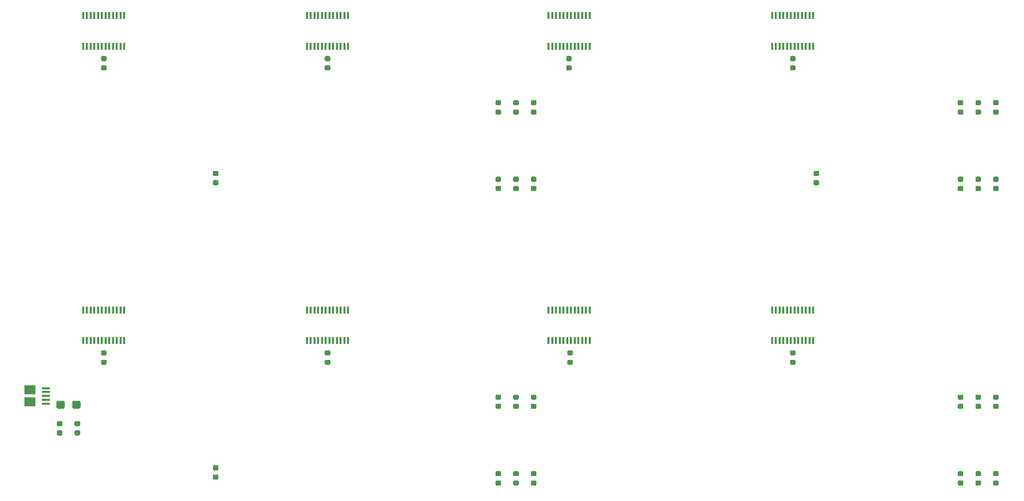
<source format=gbr>
%TF.GenerationSoftware,KiCad,Pcbnew,(5.1.6)-1*%
%TF.CreationDate,2020-09-26T15:19:52-07:00*%
%TF.ProjectId,Cessna 172 nav and com radio,43657373-6e61-4203-9137-32206e617620,rev?*%
%TF.SameCoordinates,Original*%
%TF.FileFunction,Paste,Bot*%
%TF.FilePolarity,Positive*%
%FSLAX46Y46*%
G04 Gerber Fmt 4.6, Leading zero omitted, Abs format (unit mm)*
G04 Created by KiCad (PCBNEW (5.1.6)-1) date 2020-09-26 15:19:52*
%MOMM*%
%LPD*%
G01*
G04 APERTURE LIST*
%ADD10R,0.400000X1.200000*%
%ADD11R,1.900000X1.500000*%
%ADD12R,1.350000X0.400000*%
G04 APERTURE END LIST*
D10*
%TO.C,U1*%
X40507500Y-38400000D03*
X41142500Y-38400000D03*
X41777500Y-38400000D03*
X42412500Y-38400000D03*
X43047500Y-38400000D03*
X43682500Y-38400000D03*
X44317500Y-38400000D03*
X44952500Y-38400000D03*
X45587500Y-38400000D03*
X46222500Y-38400000D03*
X46857500Y-38400000D03*
X47492500Y-38400000D03*
X47492500Y-43600000D03*
X46857500Y-43600000D03*
X46222500Y-43600000D03*
X45587500Y-43600000D03*
X44952500Y-43600000D03*
X44317500Y-43600000D03*
X43682500Y-43600000D03*
X43047500Y-43600000D03*
X42412500Y-43600000D03*
X41777500Y-43600000D03*
X41142500Y-43600000D03*
X40507500Y-43600000D03*
%TD*%
%TO.C,U3*%
X78507500Y-43600000D03*
X79142500Y-43600000D03*
X79777500Y-43600000D03*
X80412500Y-43600000D03*
X81047500Y-43600000D03*
X81682500Y-43600000D03*
X82317500Y-43600000D03*
X82952500Y-43600000D03*
X83587500Y-43600000D03*
X84222500Y-43600000D03*
X84857500Y-43600000D03*
X85492500Y-43600000D03*
X85492500Y-38400000D03*
X84857500Y-38400000D03*
X84222500Y-38400000D03*
X83587500Y-38400000D03*
X82952500Y-38400000D03*
X82317500Y-38400000D03*
X81682500Y-38400000D03*
X81047500Y-38400000D03*
X80412500Y-38400000D03*
X79777500Y-38400000D03*
X79142500Y-38400000D03*
X78507500Y-38400000D03*
%TD*%
%TO.C,U5*%
X119507500Y-43600000D03*
X120142500Y-43600000D03*
X120777500Y-43600000D03*
X121412500Y-43600000D03*
X122047500Y-43600000D03*
X122682500Y-43600000D03*
X123317500Y-43600000D03*
X123952500Y-43600000D03*
X124587500Y-43600000D03*
X125222500Y-43600000D03*
X125857500Y-43600000D03*
X126492500Y-43600000D03*
X126492500Y-38400000D03*
X125857500Y-38400000D03*
X125222500Y-38400000D03*
X124587500Y-38400000D03*
X123952500Y-38400000D03*
X123317500Y-38400000D03*
X122682500Y-38400000D03*
X122047500Y-38400000D03*
X121412500Y-38400000D03*
X120777500Y-38400000D03*
X120142500Y-38400000D03*
X119507500Y-38400000D03*
%TD*%
%TO.C,U7*%
X157507500Y-38400000D03*
X158142500Y-38400000D03*
X158777500Y-38400000D03*
X159412500Y-38400000D03*
X160047500Y-38400000D03*
X160682500Y-38400000D03*
X161317500Y-38400000D03*
X161952500Y-38400000D03*
X162587500Y-38400000D03*
X163222500Y-38400000D03*
X163857500Y-38400000D03*
X164492500Y-38400000D03*
X164492500Y-43600000D03*
X163857500Y-43600000D03*
X163222500Y-43600000D03*
X162587500Y-43600000D03*
X161952500Y-43600000D03*
X161317500Y-43600000D03*
X160682500Y-43600000D03*
X160047500Y-43600000D03*
X159412500Y-43600000D03*
X158777500Y-43600000D03*
X158142500Y-43600000D03*
X157507500Y-43600000D03*
%TD*%
D11*
%TO.C,J2*%
X31462500Y-102000000D03*
D12*
X34162500Y-103650000D03*
X34162500Y-104300000D03*
X34162500Y-101700000D03*
X34162500Y-102350000D03*
X34162500Y-103000000D03*
D11*
X31462500Y-104000000D03*
%TD*%
D10*
%TO.C,U9*%
X40507500Y-93600000D03*
X41142500Y-93600000D03*
X41777500Y-93600000D03*
X42412500Y-93600000D03*
X43047500Y-93600000D03*
X43682500Y-93600000D03*
X44317500Y-93600000D03*
X44952500Y-93600000D03*
X45587500Y-93600000D03*
X46222500Y-93600000D03*
X46857500Y-93600000D03*
X47492500Y-93600000D03*
X47492500Y-88400000D03*
X46857500Y-88400000D03*
X46222500Y-88400000D03*
X45587500Y-88400000D03*
X44952500Y-88400000D03*
X44317500Y-88400000D03*
X43682500Y-88400000D03*
X43047500Y-88400000D03*
X42412500Y-88400000D03*
X41777500Y-88400000D03*
X41142500Y-88400000D03*
X40507500Y-88400000D03*
%TD*%
%TO.C,U11*%
X119507500Y-88400000D03*
X120142500Y-88400000D03*
X120777500Y-88400000D03*
X121412500Y-88400000D03*
X122047500Y-88400000D03*
X122682500Y-88400000D03*
X123317500Y-88400000D03*
X123952500Y-88400000D03*
X124587500Y-88400000D03*
X125222500Y-88400000D03*
X125857500Y-88400000D03*
X126492500Y-88400000D03*
X126492500Y-93600000D03*
X125857500Y-93600000D03*
X125222500Y-93600000D03*
X124587500Y-93600000D03*
X123952500Y-93600000D03*
X123317500Y-93600000D03*
X122682500Y-93600000D03*
X122047500Y-93600000D03*
X121412500Y-93600000D03*
X120777500Y-93600000D03*
X120142500Y-93600000D03*
X119507500Y-93600000D03*
%TD*%
%TO.C,U13*%
X157507500Y-93600000D03*
X158142500Y-93600000D03*
X158777500Y-93600000D03*
X159412500Y-93600000D03*
X160047500Y-93600000D03*
X160682500Y-93600000D03*
X161317500Y-93600000D03*
X161952500Y-93600000D03*
X162587500Y-93600000D03*
X163222500Y-93600000D03*
X163857500Y-93600000D03*
X164492500Y-93600000D03*
X164492500Y-88400000D03*
X163857500Y-88400000D03*
X163222500Y-88400000D03*
X162587500Y-88400000D03*
X161952500Y-88400000D03*
X161317500Y-88400000D03*
X160682500Y-88400000D03*
X160047500Y-88400000D03*
X159412500Y-88400000D03*
X158777500Y-88400000D03*
X158142500Y-88400000D03*
X157507500Y-88400000D03*
%TD*%
%TO.C,U15*%
X78507500Y-88400000D03*
X79142500Y-88400000D03*
X79777500Y-88400000D03*
X80412500Y-88400000D03*
X81047500Y-88400000D03*
X81682500Y-88400000D03*
X82317500Y-88400000D03*
X82952500Y-88400000D03*
X83587500Y-88400000D03*
X84222500Y-88400000D03*
X84857500Y-88400000D03*
X85492500Y-88400000D03*
X85492500Y-93600000D03*
X84857500Y-93600000D03*
X84222500Y-93600000D03*
X83587500Y-93600000D03*
X82952500Y-93600000D03*
X82317500Y-93600000D03*
X81682500Y-93600000D03*
X81047500Y-93600000D03*
X80412500Y-93600000D03*
X79777500Y-93600000D03*
X79142500Y-93600000D03*
X78507500Y-93600000D03*
%TD*%
%TO.C,C1*%
G36*
G01*
X35950000Y-104925001D02*
X35950000Y-104074999D01*
G75*
G02*
X36199999Y-103825000I249999J0D01*
G01*
X37100001Y-103825000D01*
G75*
G02*
X37350000Y-104074999I0J-249999D01*
G01*
X37350000Y-104925001D01*
G75*
G02*
X37100001Y-105175000I-249999J0D01*
G01*
X36199999Y-105175000D01*
G75*
G02*
X35950000Y-104925001I0J249999D01*
G01*
G37*
G36*
G01*
X38650000Y-104925001D02*
X38650000Y-104074999D01*
G75*
G02*
X38899999Y-103825000I249999J0D01*
G01*
X39800001Y-103825000D01*
G75*
G02*
X40050000Y-104074999I0J-249999D01*
G01*
X40050000Y-104925001D01*
G75*
G02*
X39800001Y-105175000I-249999J0D01*
G01*
X38899999Y-105175000D01*
G75*
G02*
X38650000Y-104925001I0J249999D01*
G01*
G37*
%TD*%
%TO.C,C2*%
G36*
G01*
X43743750Y-45275000D02*
X44256250Y-45275000D01*
G75*
G02*
X44475000Y-45493750I0J-218750D01*
G01*
X44475000Y-45931250D01*
G75*
G02*
X44256250Y-46150000I-218750J0D01*
G01*
X43743750Y-46150000D01*
G75*
G02*
X43525000Y-45931250I0J218750D01*
G01*
X43525000Y-45493750D01*
G75*
G02*
X43743750Y-45275000I218750J0D01*
G01*
G37*
G36*
G01*
X43743750Y-46850000D02*
X44256250Y-46850000D01*
G75*
G02*
X44475000Y-47068750I0J-218750D01*
G01*
X44475000Y-47506250D01*
G75*
G02*
X44256250Y-47725000I-218750J0D01*
G01*
X43743750Y-47725000D01*
G75*
G02*
X43525000Y-47506250I0J218750D01*
G01*
X43525000Y-47068750D01*
G75*
G02*
X43743750Y-46850000I218750J0D01*
G01*
G37*
%TD*%
%TO.C,C3*%
G36*
G01*
X81743750Y-46850000D02*
X82256250Y-46850000D01*
G75*
G02*
X82475000Y-47068750I0J-218750D01*
G01*
X82475000Y-47506250D01*
G75*
G02*
X82256250Y-47725000I-218750J0D01*
G01*
X81743750Y-47725000D01*
G75*
G02*
X81525000Y-47506250I0J218750D01*
G01*
X81525000Y-47068750D01*
G75*
G02*
X81743750Y-46850000I218750J0D01*
G01*
G37*
G36*
G01*
X81743750Y-45275000D02*
X82256250Y-45275000D01*
G75*
G02*
X82475000Y-45493750I0J-218750D01*
G01*
X82475000Y-45931250D01*
G75*
G02*
X82256250Y-46150000I-218750J0D01*
G01*
X81743750Y-46150000D01*
G75*
G02*
X81525000Y-45931250I0J218750D01*
G01*
X81525000Y-45493750D01*
G75*
G02*
X81743750Y-45275000I218750J0D01*
G01*
G37*
%TD*%
%TO.C,C4*%
G36*
G01*
X122743750Y-46850000D02*
X123256250Y-46850000D01*
G75*
G02*
X123475000Y-47068750I0J-218750D01*
G01*
X123475000Y-47506250D01*
G75*
G02*
X123256250Y-47725000I-218750J0D01*
G01*
X122743750Y-47725000D01*
G75*
G02*
X122525000Y-47506250I0J218750D01*
G01*
X122525000Y-47068750D01*
G75*
G02*
X122743750Y-46850000I218750J0D01*
G01*
G37*
G36*
G01*
X122743750Y-45275000D02*
X123256250Y-45275000D01*
G75*
G02*
X123475000Y-45493750I0J-218750D01*
G01*
X123475000Y-45931250D01*
G75*
G02*
X123256250Y-46150000I-218750J0D01*
G01*
X122743750Y-46150000D01*
G75*
G02*
X122525000Y-45931250I0J218750D01*
G01*
X122525000Y-45493750D01*
G75*
G02*
X122743750Y-45275000I218750J0D01*
G01*
G37*
%TD*%
%TO.C,C5*%
G36*
G01*
X160743750Y-45275000D02*
X161256250Y-45275000D01*
G75*
G02*
X161475000Y-45493750I0J-218750D01*
G01*
X161475000Y-45931250D01*
G75*
G02*
X161256250Y-46150000I-218750J0D01*
G01*
X160743750Y-46150000D01*
G75*
G02*
X160525000Y-45931250I0J218750D01*
G01*
X160525000Y-45493750D01*
G75*
G02*
X160743750Y-45275000I218750J0D01*
G01*
G37*
G36*
G01*
X160743750Y-46850000D02*
X161256250Y-46850000D01*
G75*
G02*
X161475000Y-47068750I0J-218750D01*
G01*
X161475000Y-47506250D01*
G75*
G02*
X161256250Y-47725000I-218750J0D01*
G01*
X160743750Y-47725000D01*
G75*
G02*
X160525000Y-47506250I0J218750D01*
G01*
X160525000Y-47068750D01*
G75*
G02*
X160743750Y-46850000I218750J0D01*
G01*
G37*
%TD*%
%TO.C,C6*%
G36*
G01*
X114256250Y-68225000D02*
X113743750Y-68225000D01*
G75*
G02*
X113525000Y-68006250I0J218750D01*
G01*
X113525000Y-67568750D01*
G75*
G02*
X113743750Y-67350000I218750J0D01*
G01*
X114256250Y-67350000D01*
G75*
G02*
X114475000Y-67568750I0J-218750D01*
G01*
X114475000Y-68006250D01*
G75*
G02*
X114256250Y-68225000I-218750J0D01*
G01*
G37*
G36*
G01*
X114256250Y-66650000D02*
X113743750Y-66650000D01*
G75*
G02*
X113525000Y-66431250I0J218750D01*
G01*
X113525000Y-65993750D01*
G75*
G02*
X113743750Y-65775000I218750J0D01*
G01*
X114256250Y-65775000D01*
G75*
G02*
X114475000Y-65993750I0J-218750D01*
G01*
X114475000Y-66431250D01*
G75*
G02*
X114256250Y-66650000I-218750J0D01*
G01*
G37*
%TD*%
%TO.C,C7*%
G36*
G01*
X114256250Y-53650000D02*
X113743750Y-53650000D01*
G75*
G02*
X113525000Y-53431250I0J218750D01*
G01*
X113525000Y-52993750D01*
G75*
G02*
X113743750Y-52775000I218750J0D01*
G01*
X114256250Y-52775000D01*
G75*
G02*
X114475000Y-52993750I0J-218750D01*
G01*
X114475000Y-53431250D01*
G75*
G02*
X114256250Y-53650000I-218750J0D01*
G01*
G37*
G36*
G01*
X114256250Y-55225000D02*
X113743750Y-55225000D01*
G75*
G02*
X113525000Y-55006250I0J218750D01*
G01*
X113525000Y-54568750D01*
G75*
G02*
X113743750Y-54350000I218750J0D01*
G01*
X114256250Y-54350000D01*
G75*
G02*
X114475000Y-54568750I0J-218750D01*
G01*
X114475000Y-55006250D01*
G75*
G02*
X114256250Y-55225000I-218750J0D01*
G01*
G37*
%TD*%
%TO.C,C8*%
G36*
G01*
X192756250Y-68225000D02*
X192243750Y-68225000D01*
G75*
G02*
X192025000Y-68006250I0J218750D01*
G01*
X192025000Y-67568750D01*
G75*
G02*
X192243750Y-67350000I218750J0D01*
G01*
X192756250Y-67350000D01*
G75*
G02*
X192975000Y-67568750I0J-218750D01*
G01*
X192975000Y-68006250D01*
G75*
G02*
X192756250Y-68225000I-218750J0D01*
G01*
G37*
G36*
G01*
X192756250Y-66650000D02*
X192243750Y-66650000D01*
G75*
G02*
X192025000Y-66431250I0J218750D01*
G01*
X192025000Y-65993750D01*
G75*
G02*
X192243750Y-65775000I218750J0D01*
G01*
X192756250Y-65775000D01*
G75*
G02*
X192975000Y-65993750I0J-218750D01*
G01*
X192975000Y-66431250D01*
G75*
G02*
X192756250Y-66650000I-218750J0D01*
G01*
G37*
%TD*%
%TO.C,C9*%
G36*
G01*
X192756250Y-53650000D02*
X192243750Y-53650000D01*
G75*
G02*
X192025000Y-53431250I0J218750D01*
G01*
X192025000Y-52993750D01*
G75*
G02*
X192243750Y-52775000I218750J0D01*
G01*
X192756250Y-52775000D01*
G75*
G02*
X192975000Y-52993750I0J-218750D01*
G01*
X192975000Y-53431250D01*
G75*
G02*
X192756250Y-53650000I-218750J0D01*
G01*
G37*
G36*
G01*
X192756250Y-55225000D02*
X192243750Y-55225000D01*
G75*
G02*
X192025000Y-55006250I0J218750D01*
G01*
X192025000Y-54568750D01*
G75*
G02*
X192243750Y-54350000I218750J0D01*
G01*
X192756250Y-54350000D01*
G75*
G02*
X192975000Y-54568750I0J-218750D01*
G01*
X192975000Y-55006250D01*
G75*
G02*
X192756250Y-55225000I-218750J0D01*
G01*
G37*
%TD*%
%TO.C,C12*%
G36*
G01*
X43743750Y-95275000D02*
X44256250Y-95275000D01*
G75*
G02*
X44475000Y-95493750I0J-218750D01*
G01*
X44475000Y-95931250D01*
G75*
G02*
X44256250Y-96150000I-218750J0D01*
G01*
X43743750Y-96150000D01*
G75*
G02*
X43525000Y-95931250I0J218750D01*
G01*
X43525000Y-95493750D01*
G75*
G02*
X43743750Y-95275000I218750J0D01*
G01*
G37*
G36*
G01*
X43743750Y-96850000D02*
X44256250Y-96850000D01*
G75*
G02*
X44475000Y-97068750I0J-218750D01*
G01*
X44475000Y-97506250D01*
G75*
G02*
X44256250Y-97725000I-218750J0D01*
G01*
X43743750Y-97725000D01*
G75*
G02*
X43525000Y-97506250I0J218750D01*
G01*
X43525000Y-97068750D01*
G75*
G02*
X43743750Y-96850000I218750J0D01*
G01*
G37*
%TD*%
%TO.C,C13*%
G36*
G01*
X81743750Y-96850000D02*
X82256250Y-96850000D01*
G75*
G02*
X82475000Y-97068750I0J-218750D01*
G01*
X82475000Y-97506250D01*
G75*
G02*
X82256250Y-97725000I-218750J0D01*
G01*
X81743750Y-97725000D01*
G75*
G02*
X81525000Y-97506250I0J218750D01*
G01*
X81525000Y-97068750D01*
G75*
G02*
X81743750Y-96850000I218750J0D01*
G01*
G37*
G36*
G01*
X81743750Y-95275000D02*
X82256250Y-95275000D01*
G75*
G02*
X82475000Y-95493750I0J-218750D01*
G01*
X82475000Y-95931250D01*
G75*
G02*
X82256250Y-96150000I-218750J0D01*
G01*
X81743750Y-96150000D01*
G75*
G02*
X81525000Y-95931250I0J218750D01*
G01*
X81525000Y-95493750D01*
G75*
G02*
X81743750Y-95275000I218750J0D01*
G01*
G37*
%TD*%
%TO.C,C14*%
G36*
G01*
X122933750Y-96850000D02*
X123446250Y-96850000D01*
G75*
G02*
X123665000Y-97068750I0J-218750D01*
G01*
X123665000Y-97506250D01*
G75*
G02*
X123446250Y-97725000I-218750J0D01*
G01*
X122933750Y-97725000D01*
G75*
G02*
X122715000Y-97506250I0J218750D01*
G01*
X122715000Y-97068750D01*
G75*
G02*
X122933750Y-96850000I218750J0D01*
G01*
G37*
G36*
G01*
X122933750Y-95275000D02*
X123446250Y-95275000D01*
G75*
G02*
X123665000Y-95493750I0J-218750D01*
G01*
X123665000Y-95931250D01*
G75*
G02*
X123446250Y-96150000I-218750J0D01*
G01*
X122933750Y-96150000D01*
G75*
G02*
X122715000Y-95931250I0J218750D01*
G01*
X122715000Y-95493750D01*
G75*
G02*
X122933750Y-95275000I218750J0D01*
G01*
G37*
%TD*%
%TO.C,C15*%
G36*
G01*
X160743750Y-96850000D02*
X161256250Y-96850000D01*
G75*
G02*
X161475000Y-97068750I0J-218750D01*
G01*
X161475000Y-97506250D01*
G75*
G02*
X161256250Y-97725000I-218750J0D01*
G01*
X160743750Y-97725000D01*
G75*
G02*
X160525000Y-97506250I0J218750D01*
G01*
X160525000Y-97068750D01*
G75*
G02*
X160743750Y-96850000I218750J0D01*
G01*
G37*
G36*
G01*
X160743750Y-95275000D02*
X161256250Y-95275000D01*
G75*
G02*
X161475000Y-95493750I0J-218750D01*
G01*
X161475000Y-95931250D01*
G75*
G02*
X161256250Y-96150000I-218750J0D01*
G01*
X160743750Y-96150000D01*
G75*
G02*
X160525000Y-95931250I0J218750D01*
G01*
X160525000Y-95493750D01*
G75*
G02*
X160743750Y-95275000I218750J0D01*
G01*
G37*
%TD*%
%TO.C,C16*%
G36*
G01*
X114256250Y-116650000D02*
X113743750Y-116650000D01*
G75*
G02*
X113525000Y-116431250I0J218750D01*
G01*
X113525000Y-115993750D01*
G75*
G02*
X113743750Y-115775000I218750J0D01*
G01*
X114256250Y-115775000D01*
G75*
G02*
X114475000Y-115993750I0J-218750D01*
G01*
X114475000Y-116431250D01*
G75*
G02*
X114256250Y-116650000I-218750J0D01*
G01*
G37*
G36*
G01*
X114256250Y-118225000D02*
X113743750Y-118225000D01*
G75*
G02*
X113525000Y-118006250I0J218750D01*
G01*
X113525000Y-117568750D01*
G75*
G02*
X113743750Y-117350000I218750J0D01*
G01*
X114256250Y-117350000D01*
G75*
G02*
X114475000Y-117568750I0J-218750D01*
G01*
X114475000Y-118006250D01*
G75*
G02*
X114256250Y-118225000I-218750J0D01*
G01*
G37*
%TD*%
%TO.C,C17*%
G36*
G01*
X114256250Y-105225000D02*
X113743750Y-105225000D01*
G75*
G02*
X113525000Y-105006250I0J218750D01*
G01*
X113525000Y-104568750D01*
G75*
G02*
X113743750Y-104350000I218750J0D01*
G01*
X114256250Y-104350000D01*
G75*
G02*
X114475000Y-104568750I0J-218750D01*
G01*
X114475000Y-105006250D01*
G75*
G02*
X114256250Y-105225000I-218750J0D01*
G01*
G37*
G36*
G01*
X114256250Y-103650000D02*
X113743750Y-103650000D01*
G75*
G02*
X113525000Y-103431250I0J218750D01*
G01*
X113525000Y-102993750D01*
G75*
G02*
X113743750Y-102775000I218750J0D01*
G01*
X114256250Y-102775000D01*
G75*
G02*
X114475000Y-102993750I0J-218750D01*
G01*
X114475000Y-103431250D01*
G75*
G02*
X114256250Y-103650000I-218750J0D01*
G01*
G37*
%TD*%
%TO.C,C18*%
G36*
G01*
X192756250Y-118225000D02*
X192243750Y-118225000D01*
G75*
G02*
X192025000Y-118006250I0J218750D01*
G01*
X192025000Y-117568750D01*
G75*
G02*
X192243750Y-117350000I218750J0D01*
G01*
X192756250Y-117350000D01*
G75*
G02*
X192975000Y-117568750I0J-218750D01*
G01*
X192975000Y-118006250D01*
G75*
G02*
X192756250Y-118225000I-218750J0D01*
G01*
G37*
G36*
G01*
X192756250Y-116650000D02*
X192243750Y-116650000D01*
G75*
G02*
X192025000Y-116431250I0J218750D01*
G01*
X192025000Y-115993750D01*
G75*
G02*
X192243750Y-115775000I218750J0D01*
G01*
X192756250Y-115775000D01*
G75*
G02*
X192975000Y-115993750I0J-218750D01*
G01*
X192975000Y-116431250D01*
G75*
G02*
X192756250Y-116650000I-218750J0D01*
G01*
G37*
%TD*%
%TO.C,C19*%
G36*
G01*
X192756250Y-105225000D02*
X192243750Y-105225000D01*
G75*
G02*
X192025000Y-105006250I0J218750D01*
G01*
X192025000Y-104568750D01*
G75*
G02*
X192243750Y-104350000I218750J0D01*
G01*
X192756250Y-104350000D01*
G75*
G02*
X192975000Y-104568750I0J-218750D01*
G01*
X192975000Y-105006250D01*
G75*
G02*
X192756250Y-105225000I-218750J0D01*
G01*
G37*
G36*
G01*
X192756250Y-103650000D02*
X192243750Y-103650000D01*
G75*
G02*
X192025000Y-103431250I0J218750D01*
G01*
X192025000Y-102993750D01*
G75*
G02*
X192243750Y-102775000I218750J0D01*
G01*
X192756250Y-102775000D01*
G75*
G02*
X192975000Y-102993750I0J-218750D01*
G01*
X192975000Y-103431250D01*
G75*
G02*
X192756250Y-103650000I-218750J0D01*
G01*
G37*
%TD*%
%TO.C,D1*%
G36*
G01*
X39243750Y-107275000D02*
X39756250Y-107275000D01*
G75*
G02*
X39975000Y-107493750I0J-218750D01*
G01*
X39975000Y-107931250D01*
G75*
G02*
X39756250Y-108150000I-218750J0D01*
G01*
X39243750Y-108150000D01*
G75*
G02*
X39025000Y-107931250I0J218750D01*
G01*
X39025000Y-107493750D01*
G75*
G02*
X39243750Y-107275000I218750J0D01*
G01*
G37*
G36*
G01*
X39243750Y-108850000D02*
X39756250Y-108850000D01*
G75*
G02*
X39975000Y-109068750I0J-218750D01*
G01*
X39975000Y-109506250D01*
G75*
G02*
X39756250Y-109725000I-218750J0D01*
G01*
X39243750Y-109725000D01*
G75*
G02*
X39025000Y-109506250I0J218750D01*
G01*
X39025000Y-109068750D01*
G75*
G02*
X39243750Y-108850000I218750J0D01*
G01*
G37*
%TD*%
%TO.C,R1*%
G36*
G01*
X164743750Y-64775000D02*
X165256250Y-64775000D01*
G75*
G02*
X165475000Y-64993750I0J-218750D01*
G01*
X165475000Y-65431250D01*
G75*
G02*
X165256250Y-65650000I-218750J0D01*
G01*
X164743750Y-65650000D01*
G75*
G02*
X164525000Y-65431250I0J218750D01*
G01*
X164525000Y-64993750D01*
G75*
G02*
X164743750Y-64775000I218750J0D01*
G01*
G37*
G36*
G01*
X164743750Y-66350000D02*
X165256250Y-66350000D01*
G75*
G02*
X165475000Y-66568750I0J-218750D01*
G01*
X165475000Y-67006250D01*
G75*
G02*
X165256250Y-67225000I-218750J0D01*
G01*
X164743750Y-67225000D01*
G75*
G02*
X164525000Y-67006250I0J218750D01*
G01*
X164525000Y-66568750D01*
G75*
G02*
X164743750Y-66350000I218750J0D01*
G01*
G37*
%TD*%
%TO.C,R2*%
G36*
G01*
X36243750Y-108850000D02*
X36756250Y-108850000D01*
G75*
G02*
X36975000Y-109068750I0J-218750D01*
G01*
X36975000Y-109506250D01*
G75*
G02*
X36756250Y-109725000I-218750J0D01*
G01*
X36243750Y-109725000D01*
G75*
G02*
X36025000Y-109506250I0J218750D01*
G01*
X36025000Y-109068750D01*
G75*
G02*
X36243750Y-108850000I218750J0D01*
G01*
G37*
G36*
G01*
X36243750Y-107275000D02*
X36756250Y-107275000D01*
G75*
G02*
X36975000Y-107493750I0J-218750D01*
G01*
X36975000Y-107931250D01*
G75*
G02*
X36756250Y-108150000I-218750J0D01*
G01*
X36243750Y-108150000D01*
G75*
G02*
X36025000Y-107931250I0J218750D01*
G01*
X36025000Y-107493750D01*
G75*
G02*
X36243750Y-107275000I218750J0D01*
G01*
G37*
%TD*%
%TO.C,R4*%
G36*
G01*
X63256250Y-67225000D02*
X62743750Y-67225000D01*
G75*
G02*
X62525000Y-67006250I0J218750D01*
G01*
X62525000Y-66568750D01*
G75*
G02*
X62743750Y-66350000I218750J0D01*
G01*
X63256250Y-66350000D01*
G75*
G02*
X63475000Y-66568750I0J-218750D01*
G01*
X63475000Y-67006250D01*
G75*
G02*
X63256250Y-67225000I-218750J0D01*
G01*
G37*
G36*
G01*
X63256250Y-65650000D02*
X62743750Y-65650000D01*
G75*
G02*
X62525000Y-65431250I0J218750D01*
G01*
X62525000Y-64993750D01*
G75*
G02*
X62743750Y-64775000I218750J0D01*
G01*
X63256250Y-64775000D01*
G75*
G02*
X63475000Y-64993750I0J-218750D01*
G01*
X63475000Y-65431250D01*
G75*
G02*
X63256250Y-65650000I-218750J0D01*
G01*
G37*
%TD*%
%TO.C,R5*%
G36*
G01*
X111256250Y-66650000D02*
X110743750Y-66650000D01*
G75*
G02*
X110525000Y-66431250I0J218750D01*
G01*
X110525000Y-65993750D01*
G75*
G02*
X110743750Y-65775000I218750J0D01*
G01*
X111256250Y-65775000D01*
G75*
G02*
X111475000Y-65993750I0J-218750D01*
G01*
X111475000Y-66431250D01*
G75*
G02*
X111256250Y-66650000I-218750J0D01*
G01*
G37*
G36*
G01*
X111256250Y-68225000D02*
X110743750Y-68225000D01*
G75*
G02*
X110525000Y-68006250I0J218750D01*
G01*
X110525000Y-67568750D01*
G75*
G02*
X110743750Y-67350000I218750J0D01*
G01*
X111256250Y-67350000D01*
G75*
G02*
X111475000Y-67568750I0J-218750D01*
G01*
X111475000Y-68006250D01*
G75*
G02*
X111256250Y-68225000I-218750J0D01*
G01*
G37*
%TD*%
%TO.C,R6*%
G36*
G01*
X111256250Y-53650000D02*
X110743750Y-53650000D01*
G75*
G02*
X110525000Y-53431250I0J218750D01*
G01*
X110525000Y-52993750D01*
G75*
G02*
X110743750Y-52775000I218750J0D01*
G01*
X111256250Y-52775000D01*
G75*
G02*
X111475000Y-52993750I0J-218750D01*
G01*
X111475000Y-53431250D01*
G75*
G02*
X111256250Y-53650000I-218750J0D01*
G01*
G37*
G36*
G01*
X111256250Y-55225000D02*
X110743750Y-55225000D01*
G75*
G02*
X110525000Y-55006250I0J218750D01*
G01*
X110525000Y-54568750D01*
G75*
G02*
X110743750Y-54350000I218750J0D01*
G01*
X111256250Y-54350000D01*
G75*
G02*
X111475000Y-54568750I0J-218750D01*
G01*
X111475000Y-55006250D01*
G75*
G02*
X111256250Y-55225000I-218750J0D01*
G01*
G37*
%TD*%
%TO.C,R7*%
G36*
G01*
X117256250Y-66650000D02*
X116743750Y-66650000D01*
G75*
G02*
X116525000Y-66431250I0J218750D01*
G01*
X116525000Y-65993750D01*
G75*
G02*
X116743750Y-65775000I218750J0D01*
G01*
X117256250Y-65775000D01*
G75*
G02*
X117475000Y-65993750I0J-218750D01*
G01*
X117475000Y-66431250D01*
G75*
G02*
X117256250Y-66650000I-218750J0D01*
G01*
G37*
G36*
G01*
X117256250Y-68225000D02*
X116743750Y-68225000D01*
G75*
G02*
X116525000Y-68006250I0J218750D01*
G01*
X116525000Y-67568750D01*
G75*
G02*
X116743750Y-67350000I218750J0D01*
G01*
X117256250Y-67350000D01*
G75*
G02*
X117475000Y-67568750I0J-218750D01*
G01*
X117475000Y-68006250D01*
G75*
G02*
X117256250Y-68225000I-218750J0D01*
G01*
G37*
%TD*%
%TO.C,R8*%
G36*
G01*
X117256250Y-55225000D02*
X116743750Y-55225000D01*
G75*
G02*
X116525000Y-55006250I0J218750D01*
G01*
X116525000Y-54568750D01*
G75*
G02*
X116743750Y-54350000I218750J0D01*
G01*
X117256250Y-54350000D01*
G75*
G02*
X117475000Y-54568750I0J-218750D01*
G01*
X117475000Y-55006250D01*
G75*
G02*
X117256250Y-55225000I-218750J0D01*
G01*
G37*
G36*
G01*
X117256250Y-53650000D02*
X116743750Y-53650000D01*
G75*
G02*
X116525000Y-53431250I0J218750D01*
G01*
X116525000Y-52993750D01*
G75*
G02*
X116743750Y-52775000I218750J0D01*
G01*
X117256250Y-52775000D01*
G75*
G02*
X117475000Y-52993750I0J-218750D01*
G01*
X117475000Y-53431250D01*
G75*
G02*
X117256250Y-53650000I-218750J0D01*
G01*
G37*
%TD*%
%TO.C,R9*%
G36*
G01*
X189243750Y-67350000D02*
X189756250Y-67350000D01*
G75*
G02*
X189975000Y-67568750I0J-218750D01*
G01*
X189975000Y-68006250D01*
G75*
G02*
X189756250Y-68225000I-218750J0D01*
G01*
X189243750Y-68225000D01*
G75*
G02*
X189025000Y-68006250I0J218750D01*
G01*
X189025000Y-67568750D01*
G75*
G02*
X189243750Y-67350000I218750J0D01*
G01*
G37*
G36*
G01*
X189243750Y-65775000D02*
X189756250Y-65775000D01*
G75*
G02*
X189975000Y-65993750I0J-218750D01*
G01*
X189975000Y-66431250D01*
G75*
G02*
X189756250Y-66650000I-218750J0D01*
G01*
X189243750Y-66650000D01*
G75*
G02*
X189025000Y-66431250I0J218750D01*
G01*
X189025000Y-65993750D01*
G75*
G02*
X189243750Y-65775000I218750J0D01*
G01*
G37*
%TD*%
%TO.C,R10*%
G36*
G01*
X189756250Y-55225000D02*
X189243750Y-55225000D01*
G75*
G02*
X189025000Y-55006250I0J218750D01*
G01*
X189025000Y-54568750D01*
G75*
G02*
X189243750Y-54350000I218750J0D01*
G01*
X189756250Y-54350000D01*
G75*
G02*
X189975000Y-54568750I0J-218750D01*
G01*
X189975000Y-55006250D01*
G75*
G02*
X189756250Y-55225000I-218750J0D01*
G01*
G37*
G36*
G01*
X189756250Y-53650000D02*
X189243750Y-53650000D01*
G75*
G02*
X189025000Y-53431250I0J218750D01*
G01*
X189025000Y-52993750D01*
G75*
G02*
X189243750Y-52775000I218750J0D01*
G01*
X189756250Y-52775000D01*
G75*
G02*
X189975000Y-52993750I0J-218750D01*
G01*
X189975000Y-53431250D01*
G75*
G02*
X189756250Y-53650000I-218750J0D01*
G01*
G37*
%TD*%
%TO.C,R11*%
G36*
G01*
X195756250Y-68225000D02*
X195243750Y-68225000D01*
G75*
G02*
X195025000Y-68006250I0J218750D01*
G01*
X195025000Y-67568750D01*
G75*
G02*
X195243750Y-67350000I218750J0D01*
G01*
X195756250Y-67350000D01*
G75*
G02*
X195975000Y-67568750I0J-218750D01*
G01*
X195975000Y-68006250D01*
G75*
G02*
X195756250Y-68225000I-218750J0D01*
G01*
G37*
G36*
G01*
X195756250Y-66650000D02*
X195243750Y-66650000D01*
G75*
G02*
X195025000Y-66431250I0J218750D01*
G01*
X195025000Y-65993750D01*
G75*
G02*
X195243750Y-65775000I218750J0D01*
G01*
X195756250Y-65775000D01*
G75*
G02*
X195975000Y-65993750I0J-218750D01*
G01*
X195975000Y-66431250D01*
G75*
G02*
X195756250Y-66650000I-218750J0D01*
G01*
G37*
%TD*%
%TO.C,R12*%
G36*
G01*
X195756250Y-53650000D02*
X195243750Y-53650000D01*
G75*
G02*
X195025000Y-53431250I0J218750D01*
G01*
X195025000Y-52993750D01*
G75*
G02*
X195243750Y-52775000I218750J0D01*
G01*
X195756250Y-52775000D01*
G75*
G02*
X195975000Y-52993750I0J-218750D01*
G01*
X195975000Y-53431250D01*
G75*
G02*
X195756250Y-53650000I-218750J0D01*
G01*
G37*
G36*
G01*
X195756250Y-55225000D02*
X195243750Y-55225000D01*
G75*
G02*
X195025000Y-55006250I0J218750D01*
G01*
X195025000Y-54568750D01*
G75*
G02*
X195243750Y-54350000I218750J0D01*
G01*
X195756250Y-54350000D01*
G75*
G02*
X195975000Y-54568750I0J-218750D01*
G01*
X195975000Y-55006250D01*
G75*
G02*
X195756250Y-55225000I-218750J0D01*
G01*
G37*
%TD*%
%TO.C,R19*%
G36*
G01*
X63256250Y-117225000D02*
X62743750Y-117225000D01*
G75*
G02*
X62525000Y-117006250I0J218750D01*
G01*
X62525000Y-116568750D01*
G75*
G02*
X62743750Y-116350000I218750J0D01*
G01*
X63256250Y-116350000D01*
G75*
G02*
X63475000Y-116568750I0J-218750D01*
G01*
X63475000Y-117006250D01*
G75*
G02*
X63256250Y-117225000I-218750J0D01*
G01*
G37*
G36*
G01*
X63256250Y-115650000D02*
X62743750Y-115650000D01*
G75*
G02*
X62525000Y-115431250I0J218750D01*
G01*
X62525000Y-114993750D01*
G75*
G02*
X62743750Y-114775000I218750J0D01*
G01*
X63256250Y-114775000D01*
G75*
G02*
X63475000Y-114993750I0J-218750D01*
G01*
X63475000Y-115431250D01*
G75*
G02*
X63256250Y-115650000I-218750J0D01*
G01*
G37*
%TD*%
%TO.C,R21*%
G36*
G01*
X111256250Y-116650000D02*
X110743750Y-116650000D01*
G75*
G02*
X110525000Y-116431250I0J218750D01*
G01*
X110525000Y-115993750D01*
G75*
G02*
X110743750Y-115775000I218750J0D01*
G01*
X111256250Y-115775000D01*
G75*
G02*
X111475000Y-115993750I0J-218750D01*
G01*
X111475000Y-116431250D01*
G75*
G02*
X111256250Y-116650000I-218750J0D01*
G01*
G37*
G36*
G01*
X111256250Y-118225000D02*
X110743750Y-118225000D01*
G75*
G02*
X110525000Y-118006250I0J218750D01*
G01*
X110525000Y-117568750D01*
G75*
G02*
X110743750Y-117350000I218750J0D01*
G01*
X111256250Y-117350000D01*
G75*
G02*
X111475000Y-117568750I0J-218750D01*
G01*
X111475000Y-118006250D01*
G75*
G02*
X111256250Y-118225000I-218750J0D01*
G01*
G37*
%TD*%
%TO.C,R22*%
G36*
G01*
X111256250Y-105225000D02*
X110743750Y-105225000D01*
G75*
G02*
X110525000Y-105006250I0J218750D01*
G01*
X110525000Y-104568750D01*
G75*
G02*
X110743750Y-104350000I218750J0D01*
G01*
X111256250Y-104350000D01*
G75*
G02*
X111475000Y-104568750I0J-218750D01*
G01*
X111475000Y-105006250D01*
G75*
G02*
X111256250Y-105225000I-218750J0D01*
G01*
G37*
G36*
G01*
X111256250Y-103650000D02*
X110743750Y-103650000D01*
G75*
G02*
X110525000Y-103431250I0J218750D01*
G01*
X110525000Y-102993750D01*
G75*
G02*
X110743750Y-102775000I218750J0D01*
G01*
X111256250Y-102775000D01*
G75*
G02*
X111475000Y-102993750I0J-218750D01*
G01*
X111475000Y-103431250D01*
G75*
G02*
X111256250Y-103650000I-218750J0D01*
G01*
G37*
%TD*%
%TO.C,R23*%
G36*
G01*
X117256250Y-118225000D02*
X116743750Y-118225000D01*
G75*
G02*
X116525000Y-118006250I0J218750D01*
G01*
X116525000Y-117568750D01*
G75*
G02*
X116743750Y-117350000I218750J0D01*
G01*
X117256250Y-117350000D01*
G75*
G02*
X117475000Y-117568750I0J-218750D01*
G01*
X117475000Y-118006250D01*
G75*
G02*
X117256250Y-118225000I-218750J0D01*
G01*
G37*
G36*
G01*
X117256250Y-116650000D02*
X116743750Y-116650000D01*
G75*
G02*
X116525000Y-116431250I0J218750D01*
G01*
X116525000Y-115993750D01*
G75*
G02*
X116743750Y-115775000I218750J0D01*
G01*
X117256250Y-115775000D01*
G75*
G02*
X117475000Y-115993750I0J-218750D01*
G01*
X117475000Y-116431250D01*
G75*
G02*
X117256250Y-116650000I-218750J0D01*
G01*
G37*
%TD*%
%TO.C,R24*%
G36*
G01*
X117256250Y-103650000D02*
X116743750Y-103650000D01*
G75*
G02*
X116525000Y-103431250I0J218750D01*
G01*
X116525000Y-102993750D01*
G75*
G02*
X116743750Y-102775000I218750J0D01*
G01*
X117256250Y-102775000D01*
G75*
G02*
X117475000Y-102993750I0J-218750D01*
G01*
X117475000Y-103431250D01*
G75*
G02*
X117256250Y-103650000I-218750J0D01*
G01*
G37*
G36*
G01*
X117256250Y-105225000D02*
X116743750Y-105225000D01*
G75*
G02*
X116525000Y-105006250I0J218750D01*
G01*
X116525000Y-104568750D01*
G75*
G02*
X116743750Y-104350000I218750J0D01*
G01*
X117256250Y-104350000D01*
G75*
G02*
X117475000Y-104568750I0J-218750D01*
G01*
X117475000Y-105006250D01*
G75*
G02*
X117256250Y-105225000I-218750J0D01*
G01*
G37*
%TD*%
%TO.C,R25*%
G36*
G01*
X189756250Y-118225000D02*
X189243750Y-118225000D01*
G75*
G02*
X189025000Y-118006250I0J218750D01*
G01*
X189025000Y-117568750D01*
G75*
G02*
X189243750Y-117350000I218750J0D01*
G01*
X189756250Y-117350000D01*
G75*
G02*
X189975000Y-117568750I0J-218750D01*
G01*
X189975000Y-118006250D01*
G75*
G02*
X189756250Y-118225000I-218750J0D01*
G01*
G37*
G36*
G01*
X189756250Y-116650000D02*
X189243750Y-116650000D01*
G75*
G02*
X189025000Y-116431250I0J218750D01*
G01*
X189025000Y-115993750D01*
G75*
G02*
X189243750Y-115775000I218750J0D01*
G01*
X189756250Y-115775000D01*
G75*
G02*
X189975000Y-115993750I0J-218750D01*
G01*
X189975000Y-116431250D01*
G75*
G02*
X189756250Y-116650000I-218750J0D01*
G01*
G37*
%TD*%
%TO.C,R26*%
G36*
G01*
X189756250Y-103650000D02*
X189243750Y-103650000D01*
G75*
G02*
X189025000Y-103431250I0J218750D01*
G01*
X189025000Y-102993750D01*
G75*
G02*
X189243750Y-102775000I218750J0D01*
G01*
X189756250Y-102775000D01*
G75*
G02*
X189975000Y-102993750I0J-218750D01*
G01*
X189975000Y-103431250D01*
G75*
G02*
X189756250Y-103650000I-218750J0D01*
G01*
G37*
G36*
G01*
X189756250Y-105225000D02*
X189243750Y-105225000D01*
G75*
G02*
X189025000Y-105006250I0J218750D01*
G01*
X189025000Y-104568750D01*
G75*
G02*
X189243750Y-104350000I218750J0D01*
G01*
X189756250Y-104350000D01*
G75*
G02*
X189975000Y-104568750I0J-218750D01*
G01*
X189975000Y-105006250D01*
G75*
G02*
X189756250Y-105225000I-218750J0D01*
G01*
G37*
%TD*%
%TO.C,R27*%
G36*
G01*
X195756250Y-116650000D02*
X195243750Y-116650000D01*
G75*
G02*
X195025000Y-116431250I0J218750D01*
G01*
X195025000Y-115993750D01*
G75*
G02*
X195243750Y-115775000I218750J0D01*
G01*
X195756250Y-115775000D01*
G75*
G02*
X195975000Y-115993750I0J-218750D01*
G01*
X195975000Y-116431250D01*
G75*
G02*
X195756250Y-116650000I-218750J0D01*
G01*
G37*
G36*
G01*
X195756250Y-118225000D02*
X195243750Y-118225000D01*
G75*
G02*
X195025000Y-118006250I0J218750D01*
G01*
X195025000Y-117568750D01*
G75*
G02*
X195243750Y-117350000I218750J0D01*
G01*
X195756250Y-117350000D01*
G75*
G02*
X195975000Y-117568750I0J-218750D01*
G01*
X195975000Y-118006250D01*
G75*
G02*
X195756250Y-118225000I-218750J0D01*
G01*
G37*
%TD*%
%TO.C,R28*%
G36*
G01*
X195756250Y-105225000D02*
X195243750Y-105225000D01*
G75*
G02*
X195025000Y-105006250I0J218750D01*
G01*
X195025000Y-104568750D01*
G75*
G02*
X195243750Y-104350000I218750J0D01*
G01*
X195756250Y-104350000D01*
G75*
G02*
X195975000Y-104568750I0J-218750D01*
G01*
X195975000Y-105006250D01*
G75*
G02*
X195756250Y-105225000I-218750J0D01*
G01*
G37*
G36*
G01*
X195756250Y-103650000D02*
X195243750Y-103650000D01*
G75*
G02*
X195025000Y-103431250I0J218750D01*
G01*
X195025000Y-102993750D01*
G75*
G02*
X195243750Y-102775000I218750J0D01*
G01*
X195756250Y-102775000D01*
G75*
G02*
X195975000Y-102993750I0J-218750D01*
G01*
X195975000Y-103431250D01*
G75*
G02*
X195756250Y-103650000I-218750J0D01*
G01*
G37*
%TD*%
M02*

</source>
